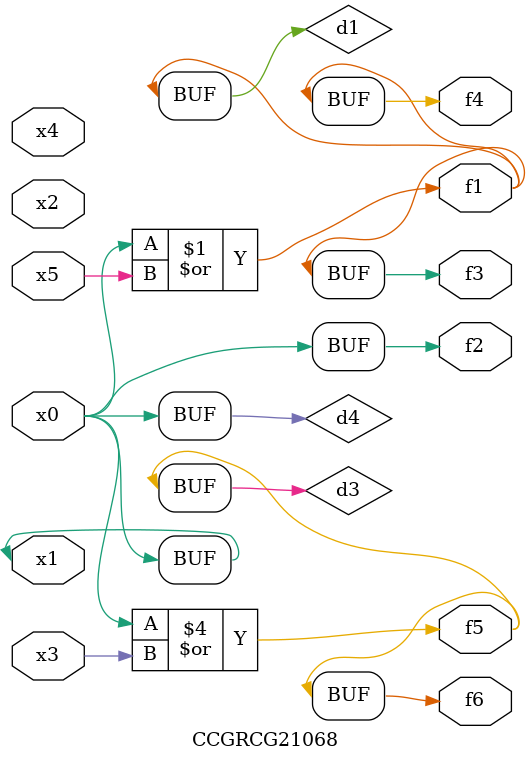
<source format=v>
module CCGRCG21068(
	input x0, x1, x2, x3, x4, x5,
	output f1, f2, f3, f4, f5, f6
);

	wire d1, d2, d3, d4;

	or (d1, x0, x5);
	xnor (d2, x1, x4);
	or (d3, x0, x3);
	buf (d4, x0, x1);
	assign f1 = d1;
	assign f2 = d4;
	assign f3 = d1;
	assign f4 = d1;
	assign f5 = d3;
	assign f6 = d3;
endmodule

</source>
